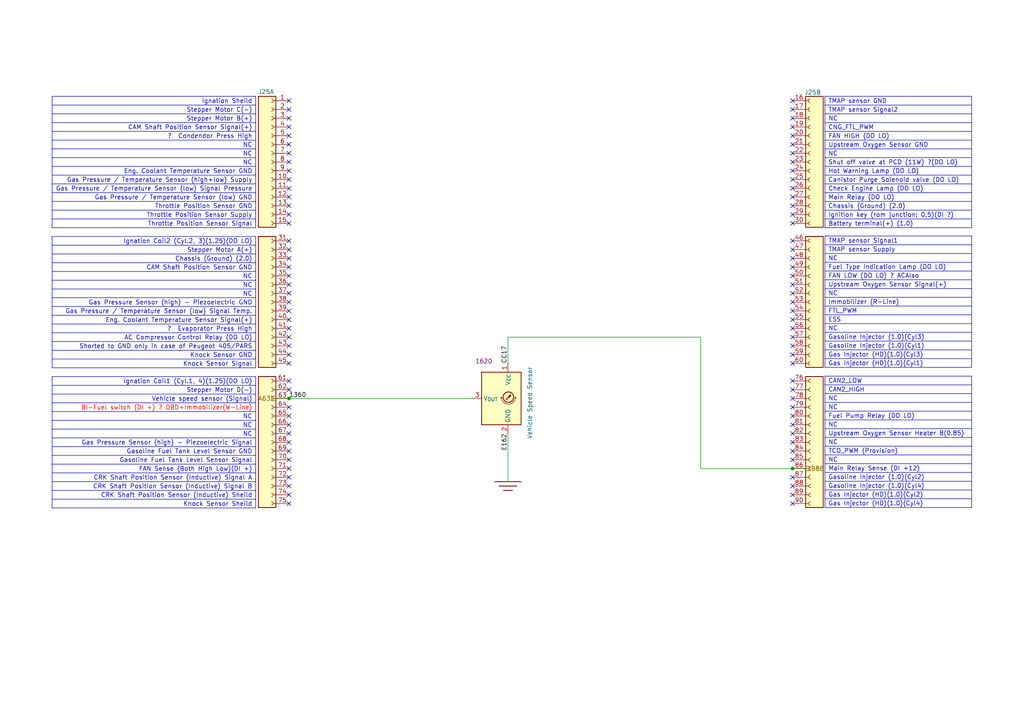
<source format=kicad_sch>
(kicad_sch (version 20250114) (generator "eeschema") (generator_version "9.0")
  (paper "A4")
  (lib_symbols
    (symbol "Conn_01x90_3Row_Socket_1" (pin_names (offset 1.016) (hide yes))
      (property "Reference" "J" (at 1.524 60.833 0))
      (property "Value" "Conn_01x90_3Row_Socket" (at 1.397 -61.214 0))
      (symbol "Conn_01x90_3Row_Socket_1_1_1"
        (pin passive line (at -4.318 58.42 0) (length 3.81) (name "A1") (number "1"))
        (pin passive line (at -4.318 55.88 0) (length 3.81) (name "A2") (number "2"))
        (pin passive line (at -4.318 53.34 0) (length 3.81) (name "A3") (number "3"))
        (pin passive line (at -4.318 50.8 0) (length 3.81) (name "A4") (number "4"))
        (pin passive line (at -4.318 48.26 0) (length 3.81) (name "A5") (number "5"))
        (pin passive line (at -4.318 45.72 0) (length 3.81) (name "A6") (number "6"))
        (pin passive line (at -4.318 43.18 0) (length 3.81) (name "A7") (number "7"))
        (pin passive line (at -4.318 40.64 0) (length 3.81) (name "A8") (number "8"))
        (pin passive line (at -4.318 38.1 0) (length 3.81) (name "A9") (number "9"))
        (pin passive line (at -4.318 35.56 0) (length 3.81) (name "A10") (number "10"))
        (pin passive line (at -4.318 33.02 0) (length 3.81) (name "A11") (number "11"))
        (pin passive line (at -4.318 30.48 0) (length 3.81) (name "A12") (number "12"))
        (pin passive line (at -4.318 27.94 0) (length 3.81) (name "A13") (number "13"))
        (pin passive line (at -4.318 25.4 0) (length 3.81) (name "A14") (number "14"))
        (pin passive line (at -4.318 22.86 0) (length 3.81) (name "A15") (number "15"))
        (pin passive line (at -4.318 17.78 0) (length 3.81) (name "A31") (number "31"))
        (pin passive line (at -4.318 15.24 0) (length 3.81) (name "A32") (number "32"))
        (pin passive line (at -4.318 12.7 0) (length 3.81) (name "A33") (number "33"))
        (pin passive line (at -4.318 10.16 0) (length 3.81) (name "A34") (number "34"))
        (pin passive line (at -4.318 7.62 0) (length 3.81) (name "A35") (number "35"))
        (pin passive line (at -4.318 5.08 0) (length 3.81) (name "A36") (number "36"))
        (pin passive line (at -4.318 2.54 0) (length 3.81) (name "A37") (number "37"))
        (pin passive line (at -4.318 0 0) (length 3.81) (name "A38") (number "38"))
        (pin passive line (at -4.318 -2.54 0) (length 3.81) (name "A39") (number "39"))
        (pin passive line (at -4.318 -5.08 0) (length 3.81) (name "A40") (number "40"))
        (pin passive line (at -4.318 -7.62 0) (length 3.81) (name "A41") (number "41"))
        (pin passive line (at -4.318 -10.16 0) (length 3.81) (name "A42") (number "42"))
        (pin passive line (at -4.318 -12.7 0) (length 3.81) (name "A43") (number "43"))
        (pin passive line (at -4.318 -15.24 0) (length 3.81) (name "A44") (number "44"))
        (pin passive line (at -4.318 -17.78 0) (length 3.81) (name "A45") (number "45"))
        (pin passive line (at -4.318 -22.86 0) (length 3.81) (name "A61") (number "61"))
        (pin passive line (at -4.318 -25.4 0) (length 3.81) (name "A62") (number "62"))
        (pin passive line (at -4.318 -27.94 0) (length 3.81) (name "A63") (number "63"))
        (pin passive line (at -4.318 -30.48 0) (length 3.81) (name "A64") (number "64"))
        (pin passive line (at -4.318 -33.02 0) (length 3.81) (name "A65") (number "65"))
        (pin passive line (at -4.318 -35.56 0) (length 3.81) (name "A66") (number "66"))
        (pin passive line (at -4.318 -38.1 0) (length 3.81) (name "A67") (number "67"))
        (pin passive line (at -4.318 -40.64 0) (length 3.81) (name "A68") (number "68"))
        (pin passive line (at -4.318 -43.18 0) (length 3.81) (name "A69") (number "69"))
        (pin passive line (at -4.318 -45.72 0) (length 3.81) (name "A70") (number "70"))
        (pin passive line (at -4.318 -48.26 0) (length 3.81) (name "A71") (number "71"))
        (pin passive line (at -4.318 -50.8 0) (length 3.81) (name "A72") (number "72"))
        (pin passive line (at -4.318 -53.34 0) (length 3.81) (name "A73") (number "73"))
        (pin passive line (at -4.318 -55.88 0) (length 3.81) (name "A74") (number "74"))
        (pin passive line (at -4.318 -58.42 0) (length 3.81) (name "A75") (number "75"))
      )
      (symbol "Conn_01x90_3Row_Socket_1_2_1"
        (pin passive line (at -4.318 58.42 0) (length 3.81) (name "B16") (number "16"))
        (pin passive line (at -4.318 55.88 0) (length 3.81) (name "B17") (number "17"))
        (pin passive line (at -4.318 53.34 0) (length 3.81) (name "B18") (number "18"))
        (pin passive line (at -4.318 50.8 0) (length 3.81) (name "B19") (number "19"))
        (pin passive line (at -4.318 48.26 0) (length 3.81) (name "B20") (number "20"))
        (pin passive line (at -4.318 45.72 0) (length 3.81) (name "B21") (number "21"))
        (pin passive line (at -4.318 43.18 0) (length 3.81) (name "B22") (number "22"))
        (pin passive line (at -4.318 40.64 0) (length 3.81) (name "B23") (number "23"))
        (pin passive line (at -4.318 38.1 0) (length 3.81) (name "B24") (number "24"))
        (pin passive line (at -4.318 35.56 0) (length 3.81) (name "B25") (number "25"))
        (pin passive line (at -4.318 33.02 0) (length 3.81) (name "B26") (number "26"))
        (pin passive line (at -4.318 30.48 0) (length 3.81) (name "B27") (number "27"))
        (pin passive line (at -4.318 27.94 0) (length 3.81) (name "B28") (number "28"))
        (pin passive line (at -4.318 25.4 0) (length 3.81) (name "B29") (number "29"))
        (pin passive line (at -4.318 22.86 0) (length 3.81) (name "B30") (number "30"))
        (pin passive line (at -4.318 17.78 0) (length 3.81) (name "B46") (number "46"))
        (pin passive line (at -4.318 15.24 0) (length 3.81) (name "B47") (number "47"))
        (pin passive line (at -4.318 12.7 0) (length 3.81) (name "B48") (number "48"))
        (pin passive line (at -4.318 10.16 0) (length 3.81) (name "B49") (number "49"))
        (pin passive line (at -4.318 7.62 0) (length 3.81) (name "B50") (number "50"))
        (pin passive line (at -4.318 5.08 0) (length 3.81) (name "B51") (number "51"))
        (pin passive line (at -4.318 2.54 0) (length 3.81) (name "B52") (number "52"))
        (pin passive line (at -4.318 0 0) (length 3.81) (name "B53") (number "53"))
        (pin passive line (at -4.318 -2.54 0) (length 3.81) (name "B54") (number "54"))
        (pin passive line (at -4.318 -5.08 0) (length 3.81) (name "B55") (number "55"))
        (pin passive line (at -4.318 -7.62 0) (length 3.81) (name "B56") (number "56"))
        (pin passive line (at -4.318 -10.16 0) (length 3.81) (name "B57") (number "57"))
        (pin passive line (at -4.318 -12.7 0) (length 3.81) (name "B58") (number "58"))
        (pin passive line (at -4.318 -15.24 0) (length 3.81) (name "B59") (number "59"))
        (pin passive line (at -4.318 -17.78 0) (length 3.81) (name "B60") (number "60"))
        (pin passive line (at -4.318 -22.86 0) (length 3.81) (name "B76") (number "76"))
        (pin passive line (at -4.318 -25.4 0) (length 3.81) (name "B77") (number "77"))
        (pin passive line (at -4.318 -27.94 0) (length 3.81) (name "B78") (number "78"))
        (pin passive line (at -4.318 -30.48 0) (length 3.81) (name "B79") (number "79"))
        (pin passive line (at -4.318 -33.02 0) (length 3.81) (name "B80") (number "80"))
        (pin passive line (at -4.318 -35.56 0) (length 3.81) (name "B81") (number "81"))
        (pin passive line (at -4.318 -38.1 0) (length 3.81) (name "B82") (number "82"))
        (pin passive line (at -4.318 -40.64 0) (length 3.81) (name "B83") (number "83"))
        (pin passive line (at -4.318 -43.18 0) (length 3.81) (name "B84") (number "84"))
        (pin passive line (at -4.318 -45.72 0) (length 3.81) (name "B85") (number "85"))
        (pin passive line (at -4.318 -48.26 0) (length 3.81) (name "B86") (number "86"))
        (pin passive line (at -4.318 -50.8 0) (length 3.81) (name "B87") (number "87"))
        (pin passive line (at -4.318 -53.34 0) (length 3.81) (name "B88") (number "88"))
        (pin passive line (at -4.318 -55.88 0) (length 3.81) (name "B89") (number "89"))
        (pin passive line (at -4.318 -58.42 0) (length 3.81) (name "B90") (number "90"))
      )
    )
    (symbol "Generic:P,E" (power) (pin_numbers (hide yes)) (pin_names (offset 3.81))
      (symbol "P,E_1_1"
        (pin power_in line (at 0 0 0) (length 0) (hide yes) (name "E") (number "0"))
      )
    )
    (symbol "Sensor_Magnetic:A1301xUA"
      (property "Reference" "U" (at 0 11.43 0))
      (property "Value" "A1301xUA" (at 0 8.89 0))
      (symbol "A1301xUA_1_1"
        (pin power_in line (at -2.54 10.16 270) (length 2.54) (name "V_{CC}") (number "1"))
        (pin power_in line (at -2.54 -10.16 90) (length 2.54) (name "GND") (number "2"))
        (pin output line (at 7.62 0 180) (length 2.54) (name "V_{OUT}") (number "3"))
      )
    )
    (symbol "sicma_socket:Conn_01x90_3Row_Socket" (pin_names (offset 1.016) (hide yes))
      (property "Reference" "J" (at 1.524 60.833 0))
      (property "Value" "Conn_01x90_3Row_Socket" (at 1.397 -61.214 0))
      (symbol "Conn_01x90_3Row_Socket_1_1"
        (pin passive line (at -4.318 58.42 0) (length 3.81) (name "A1") (number "1"))
        (pin passive line (at -4.318 55.88 0) (length 3.81) (name "A2") (number "2"))
        (pin passive line (at -4.318 53.34 0) (length 3.81) (name "A3") (number "3"))
        (pin passive line (at -4.318 50.8 0) (length 3.81) (name "A4") (number "4"))
        (pin passive line (at -4.318 48.26 0) (length 3.81) (name "A5") (number "5"))
        (pin passive line (at -4.318 45.72 0) (length 3.81) (name "A6") (number "6"))
        (pin passive line (at -4.318 43.18 0) (length 3.81) (name "A7") (number "7"))
        (pin passive line (at -4.318 40.64 0) (length 3.81) (name "A8") (number "8"))
        (pin passive line (at -4.318 38.1 0) (length 3.81) (name "A9") (number "9"))
        (pin passive line (at -4.318 35.56 0) (length 3.81) (name "A10") (number "10"))
        (pin passive line (at -4.318 33.02 0) (length 3.81) (name "A11") (number "11"))
        (pin passive line (at -4.318 30.48 0) (length 3.81) (name "A12") (number "12"))
        (pin passive line (at -4.318 27.94 0) (length 3.81) (name "A13") (number "13"))
        (pin passive line (at -4.318 25.4 0) (length 3.81) (name "A14") (number "14"))
        (pin passive line (at -4.318 22.86 0) (length 3.81) (name "A15") (number "15"))
        (pin passive line (at -4.318 17.78 0) (length 3.81) (name "A31") (number "31"))
        (pin passive line (at -4.318 15.24 0) (length 3.81) (name "A32") (number "32"))
        (pin passive line (at -4.318 12.7 0) (length 3.81) (name "A33") (number "33"))
        (pin passive line (at -4.318 10.16 0) (length 3.81) (name "A34") (number "34"))
        (pin passive line (at -4.318 7.62 0) (length 3.81) (name "A35") (number "35"))
        (pin passive line (at -4.318 5.08 0) (length 3.81) (name "A36") (number "36"))
        (pin passive line (at -4.318 2.54 0) (length 3.81) (name "A37") (number "37"))
        (pin passive line (at -4.318 0 0) (length 3.81) (name "A38") (number "38"))
        (pin passive line (at -4.318 -2.54 0) (length 3.81) (name "A39") (number "39"))
        (pin passive line (at -4.318 -5.08 0) (length 3.81) (name "A40") (number "40"))
        (pin passive line (at -4.318 -7.62 0) (length 3.81) (name "A41") (number "41"))
        (pin passive line (at -4.318 -10.16 0) (length 3.81) (name "A42") (number "42"))
        (pin passive line (at -4.318 -12.7 0) (length 3.81) (name "A43") (number "43"))
        (pin passive line (at -4.318 -15.24 0) (length 3.81) (name "A44") (number "44"))
        (pin passive line (at -4.318 -17.78 0) (length 3.81) (name "A45") (number "45"))
        (pin passive line (at -4.318 -22.86 0) (length 3.81) (name "A61") (number "61"))
        (pin passive line (at -4.318 -25.4 0) (length 3.81) (name "A62") (number "62"))
        (pin passive line (at -4.318 -27.94 0) (length 3.81) (name "A63") (number "63"))
        (pin passive line (at -4.318 -30.48 0) (length 3.81) (name "A64") (number "64"))
        (pin passive line (at -4.318 -33.02 0) (length 3.81) (name "A65") (number "65"))
        (pin passive line (at -4.318 -35.56 0) (length 3.81) (name "A66") (number "66"))
        (pin passive line (at -4.318 -38.1 0) (length 3.81) (name "A67") (number "67"))
        (pin passive line (at -4.318 -40.64 0) (length 3.81) (name "A68") (number "68"))
        (pin passive line (at -4.318 -43.18 0) (length 3.81) (name "A69") (number "69"))
        (pin passive line (at -4.318 -45.72 0) (length 3.81) (name "A70") (number "70"))
        (pin passive line (at -4.318 -48.26 0) (length 3.81) (name "A71") (number "71"))
        (pin passive line (at -4.318 -50.8 0) (length 3.81) (name "A72") (number "72"))
        (pin passive line (at -4.318 -53.34 0) (length 3.81) (name "A73") (number "73"))
        (pin passive line (at -4.318 -55.88 0) (length 3.81) (name "A74") (number "74"))
        (pin passive line (at -4.318 -58.42 0) (length 3.81) (name "A75") (number "75"))
      )
      (symbol "Conn_01x90_3Row_Socket_2_1"
        (pin passive line (at -4.318 58.42 0) (length 3.81) (name "B16") (number "16"))
        (pin passive line (at -4.318 55.88 0) (length 3.81) (name "B17") (number "17"))
        (pin passive line (at -4.318 53.34 0) (length 3.81) (name "B18") (number "18"))
        (pin passive line (at -4.318 50.8 0) (length 3.81) (name "B19") (number "19"))
        (pin passive line (at -4.318 48.26 0) (length 3.81) (name "B20") (number "20"))
        (pin passive line (at -4.318 45.72 0) (length 3.81) (name "B21") (number "21"))
        (pin passive line (at -4.318 43.18 0) (length 3.81) (name "B22") (number "22"))
        (pin passive line (at -4.318 40.64 0) (length 3.81) (name "B23") (number "23"))
        (pin passive line (at -4.318 38.1 0) (length 3.81) (name "B24") (number "24"))
        (pin passive line (at -4.318 35.56 0) (length 3.81) (name "B25") (number "25"))
        (pin passive line (at -4.318 33.02 0) (length 3.81) (name "B26") (number "26"))
        (pin passive line (at -4.318 30.48 0) (length 3.81) (name "B27") (number "27"))
        (pin passive line (at -4.318 27.94 0) (length 3.81) (name "B28") (number "28"))
        (pin passive line (at -4.318 25.4 0) (length 3.81) (name "B29") (number "29"))
        (pin passive line (at -4.318 22.86 0) (length 3.81) (name "B30") (number "30"))
        (pin passive line (at -4.318 17.78 0) (length 3.81) (name "B46") (number "46"))
        (pin passive line (at -4.318 15.24 0) (length 3.81) (name "B47") (number "47"))
        (pin passive line (at -4.318 12.7 0) (length 3.81) (name "B48") (number "48"))
        (pin passive line (at -4.318 10.16 0) (length 3.81) (name "B49") (number "49"))
        (pin passive line (at -4.318 7.62 0) (length 3.81) (name "B50") (number "50"))
        (pin passive line (at -4.318 5.08 0) (length 3.81) (name "B51") (number "51"))
        (pin passive line (at -4.318 2.54 0) (length 3.81) (name "B52") (number "52"))
        (pin passive line (at -4.318 0 0) (length 3.81) (name "B53") (number "53"))
        (pin passive line (at -4.318 -2.54 0) (length 3.81) (name "B54") (number "54"))
        (pin passive line (at -4.318 -5.08 0) (length 3.81) (name "B55") (number "55"))
        (pin passive line (at -4.318 -7.62 0) (length 3.81) (name "B56") (number "56"))
        (pin passive line (at -4.318 -10.16 0) (length 3.81) (name "B57") (number "57"))
        (pin passive line (at -4.318 -12.7 0) (length 3.81) (name "B58") (number "58"))
        (pin passive line (at -4.318 -15.24 0) (length 3.81) (name "B59") (number "59"))
        (pin passive line (at -4.318 -17.78 0) (length 3.81) (name "B60") (number "60"))
        (pin passive line (at -4.318 -22.86 0) (length 3.81) (name "B76") (number "76"))
        (pin passive line (at -4.318 -25.4 0) (length 3.81) (name "B77") (number "77"))
        (pin passive line (at -4.318 -27.94 0) (length 3.81) (name "B78") (number "78"))
        (pin passive line (at -4.318 -30.48 0) (length 3.81) (name "B79") (number "79"))
        (pin passive line (at -4.318 -33.02 0) (length 3.81) (name "B80") (number "80"))
        (pin passive line (at -4.318 -35.56 0) (length 3.81) (name "B81") (number "81"))
        (pin passive line (at -4.318 -38.1 0) (length 3.81) (name "B82") (number "82"))
        (pin passive line (at -4.318 -40.64 0) (length 3.81) (name "B83") (number "83"))
        (pin passive line (at -4.318 -43.18 0) (length 3.81) (name "B84") (number "84"))
        (pin passive line (at -4.318 -45.72 0) (length 3.81) (name "B85") (number "85"))
        (pin passive line (at -4.318 -48.26 0) (length 3.81) (name "B86") (number "86"))
        (pin passive line (at -4.318 -50.8 0) (length 3.81) (name "B87") (number "87"))
        (pin passive line (at -4.318 -53.34 0) (length 3.81) (name "B88") (number "88"))
        (pin passive line (at -4.318 -55.88 0) (length 3.81) (name "B89") (number "89"))
        (pin passive line (at -4.318 -58.42 0) (length 3.81) (name "B90") (number "90"))
      )
    )
  )
  (junction (at 83.82 115.57))
  (junction (at 229.87 135.89))
  (no_connect (at 83.82 130.81))
  (no_connect (at 229.87 29.21))
  (no_connect (at 229.87 82.55))
  (no_connect (at 83.82 138.43))
  (no_connect (at 83.82 62.23))
  (no_connect (at 229.87 92.71))
  (no_connect (at 229.87 57.15))
  (no_connect (at 83.82 36.83))
  (no_connect (at 229.87 118.11))
  (no_connect (at 229.87 105.41))
  (no_connect (at 229.87 128.27))
  (no_connect (at 229.87 31.75))
  (no_connect (at 83.82 74.93))
  (no_connect (at 229.87 64.77))
  (no_connect (at 83.82 90.17))
  (no_connect (at 229.87 36.83))
  (no_connect (at 83.82 95.25))
  (no_connect (at 83.82 125.73))
  (no_connect (at 83.82 34.29))
  (no_connect (at 83.82 97.79))
  (no_connect (at 229.87 90.17))
  (no_connect (at 229.87 85.09))
  (no_connect (at 229.87 34.29))
  (no_connect (at 229.87 80.01))
  (no_connect (at 83.82 87.63))
  (no_connect (at 229.87 120.65))
  (no_connect (at 83.82 31.75))
  (no_connect (at 83.82 52.07))
  (no_connect (at 229.87 62.23))
  (no_connect (at 83.82 92.71))
  (no_connect (at 83.82 44.45))
  (no_connect (at 229.87 113.03))
  (no_connect (at 229.87 138.43))
  (no_connect (at 229.87 39.37))
  (no_connect (at 83.82 39.37))
  (no_connect (at 83.82 118.11))
  (no_connect (at 229.87 146.05))
  (no_connect (at 229.87 143.51))
  (no_connect (at 83.82 100.33))
  (no_connect (at 83.82 29.21))
  (no_connect (at 83.82 105.41))
  (no_connect (at 83.82 123.19))
  (no_connect (at 83.82 120.65))
  (no_connect (at 83.82 140.97))
  (no_connect (at 83.82 54.61))
  (no_connect (at 83.82 85.09))
  (no_connect (at 229.87 41.91))
  (no_connect (at 229.87 102.87))
  (no_connect (at 83.82 69.85))
  (no_connect (at 229.87 74.93))
  (no_connect (at 229.87 130.81))
  (no_connect (at 229.87 140.97))
  (no_connect (at 229.87 97.79))
  (no_connect (at 83.82 77.47))
  (no_connect (at 229.87 87.63))
  (no_connect (at 229.87 49.53))
  (no_connect (at 229.87 95.25))
  (no_connect (at 83.82 82.55))
  (no_connect (at 83.82 143.51))
  (no_connect (at 229.87 54.61))
  (no_connect (at 83.82 64.77))
  (no_connect (at 229.87 44.45))
  (no_connect (at 229.87 69.85))
  (no_connect (at 83.82 135.89))
  (no_connect (at 229.87 46.99))
  (no_connect (at 83.82 46.99))
  (no_connect (at 83.82 110.49))
  (no_connect (at 83.82 59.69))
  (no_connect (at 229.87 125.73))
  (no_connect (at 229.87 133.35))
  (no_connect (at 83.82 128.27))
  (no_connect (at 229.87 123.19))
  (no_connect (at 83.82 72.39))
  (no_connect (at 229.87 52.07))
  (no_connect (at 229.87 115.57))
  (no_connect (at 83.82 57.15))
  (no_connect (at 229.87 77.47))
  (no_connect (at 83.82 102.87))
  (no_connect (at 83.82 133.35))
  (no_connect (at 229.87 110.49))
  (no_connect (at 83.82 41.91))
  (no_connect (at 229.87 100.33))
  (no_connect (at 83.82 146.05))
  (no_connect (at 83.82 113.03))
  (no_connect (at 229.87 59.69))
  (no_connect (at 83.82 80.01))
  (no_connect (at 83.82 49.53))
  (no_connect (at 229.87 72.39))
  (wire (pts (xy 233.68 135.89) (xy 229.87 135.89)))
  (wire (pts (xy 80.01 115.57) (xy 83.82 115.57)))
  (wire (pts (xy 147.32 139.7) (xy 147.32 125.73)))
  (wire (pts (xy 203.2 135.89) (xy 203.2 97.79)))
  (wire (pts (xy 147.32 97.79) (xy 147.32 105.41)))
  (wire (pts (xy 83.82 115.57) (xy 137.16 115.57)))
  (wire (pts (xy 229.87 135.89) (xy 203.2 135.89)))
  (wire (pts (xy 203.2 97.79) (xy 147.32 97.79)))
  (table (column_count 1) (border (external yes) (header yes)) (separators (rows yes) (cols yes)) (column_widths 42.545) (row_heights 2.54 2.54 2.54 2.54 2.54 2.54 2.54 2.54 2.54 2.54 2.54 2.54 2.54 2.54 2.54) (cells (table_cell "CAN2_LOW" (at 239.268 109.093 0) (size 42.545 2.54) (margins 0.9525 0.9525 0.9525 0.9525) (span 1 1)) (table_cell "CAN2_HIGH" (at 239.268 111.633 0) (size 42.545 2.54) (margins 0.9525 0.9525 0.9525 0.9525) (span 1 1)) (table_cell "NC" (at 239.268 114.173 0) (size 42.545 2.54) (margins 0.9525 0.9525 0.9525 0.9525) (span 1 1)) (table_cell "NC" (at 239.268 116.713 0) (size 42.545 2.54) (margins 0.9525 0.9525 0.9525 0.9525) (span 1 1)) (table_cell "Fuel Pump Relay (DO LO)" (at 239.268 119.253 0) (size 42.545 2.54) (margins 0.9525 0.9525 0.9525 0.9525) (span 1 1)) (table_cell "NC" (at 239.268 121.793 0) (size 42.545 2.54) (margins 0.9525 0.9525 0.9525 0.9525) (span 1 1)) (table_cell "Upstream Oxygen Sensor Heater B(0.85)" (at 239.268 124.333 0) (size 42.545 2.54) (margins 0.9525 0.9525 0.9525 0.9525) (span 1 1)) (table_cell "NC" (at 239.268 126.873 0) (size 42.545 2.54) (margins 0.9525 0.9525 0.9525 0.9525) (span 1 1)) (table_cell "TCO_PWM (Provision)" (at 239.268 129.413 0) (size 42.545 2.54) (margins 0.9525 0.9525 0.9525 0.9525) (span 1 1)) (table_cell "NC" (at 239.268 131.953 0) (size 42.545 2.54) (margins 0.9525 0.9525 0.9525 0.9525) (span 1 1)) (table_cell "Main Relay Sense (DI +12)" (at 239.268 134.493 0) (size 42.545 2.54) (margins 0.9525 0.9525 0.9525 0.9525) (span 1 1)) (table_cell "Gasoline Injector (1.0)(Cyl2)" (at 239.268 137.033 0) (size 42.545 2.54) (margins 0.9525 0.9525 0.9525 0.9525) (span 1 1)) (table_cell "Gasoline Injector (1.0)(Cyl4)" (at 239.268 139.573 0) (size 42.545 2.54) (margins 0.9525 0.9525 0.9525 0.9525) (span 1 1)) (table_cell "Gas Injector (HD)(1.0)(Cyl2)" (at 239.268 142.113 0) (size 42.545 2.54) (margins 0.9525 0.9525 0.9525 0.9525) (span 1 1)) (table_cell "Gas Injector (HD)(1.0)(Cyl4)" (at 239.268 144.653 0) (size 42.545 2.54) (margins 0.9525 0.9525 0.9525 0.9525) (span 1 1))))
  (table (column_count 1) (border (external yes) (header no)) (separators (rows yes) (cols no)) (column_widths 59.055) (row_heights 2.54 2.54 2.54 2.54 2.54 2.54 2.54 2.54 2.54 2.54 2.54 2.54 2.54 2.54 2.54) (cells (table_cell "Ignation Sheild" (at 15.113 27.94 0) (size 59.055 2.54) (margins 0.9525 0.9525 0.9525 0.9525) (span 1 1)) (table_cell "Stepper Motor C(-)" (at 15.113 30.48 0) (size 59.055 2.54) (margins 0.9525 0.9525 0.9525 0.9525) (span 1 1)) (table_cell "Stepper Motor B(+)" (at 15.113 33.02 0) (size 59.055 2.54) (margins 0.9525 0.9525 0.9525 0.9525) (span 1 1)) (table_cell "CAM Shaft Position Sensor Signal(+)" (at 15.113 35.56 0) (size 59.055 2.54) (margins 0.9525 0.9525 0.9525 0.9525) (span 1 1)) (table_cell "?  Condendor Press High" (at 15.113 38.1 0) (size 59.055 2.54) (margins 0.9525 0.9525 0.9525 0.9525) (span 1 1)) (table_cell "NC" (at 15.113 40.64 0) (size 59.055 2.54) (margins 0.9525 0.9525 0.9525 0.9525) (span 1 1)) (table_cell "NC" (at 15.113 43.18 0) (size 59.055 2.54) (margins 0.9525 0.9525 0.9525 0.9525) (span 1 1)) (table_cell "NC" (at 15.113 45.72 0) (size 59.055 2.54) (margins 0.9525 0.9525 0.9525 0.9525) (span 1 1)) (table_cell "Eng. Coolant Temperature Sensor GND" (at 15.113 48.26 0) (size 59.055 2.54) (margins 0.9525 0.9525 0.9525 0.9525) (span 1 1)) (table_cell "Gas Pressure / Temperature Sensor (high+low) Supply" (at 15.113 50.8 0) (size 59.055 2.54) (margins 0.9525 0.9525 0.9525 0.9525) (span 1 1)) (table_cell "Gas Pressure / Temperature Sensor (low) Signal Pressure" (at 15.113 53.34 0) (size 59.055 2.54) (margins 0.9525 0.9525 0.9525 0.9525) (span 1 1)) (table_cell "Gas Pressure / Temperature Sensor (low) GND" (at 15.113 55.88 0) (size 59.055 2.54) (margins 0.9525 0.9525 0.9525 0.9525) (span 1 1)) (table_cell "Throttle Position Sensor GND" (at 15.113 58.42 0) (size 59.055 2.54) (margins 0.9525 0.9525 0.9525 0.9525) (span 1 1)) (table_cell "Throttle Position Sensor Supply" (at 15.113 60.96 0) (size 59.055 2.54) (margins 0.9525 0.9525 0.9525 0.9525) (span 1 1)) (table_cell "Throttle Position Sensor Signal" (at 15.113 63.5 0) (size 59.055 2.54) (margins 0.9525 0.9525 0.9525 0.9525) (span 1 1))))
  (table (column_count 1) (border (external yes) (header yes)) (separators (rows yes) (cols yes)) (column_widths 42.545) (row_heights 2.54 2.54 2.54 2.54 2.54 2.54 2.54 2.54 2.54 2.54 2.54 2.54 2.54 2.54 2.54) (cells (table_cell "TMAP sensor Signal1" (at 239.268 68.453 0) (size 42.545 2.54) (margins 0.9525 0.9525 0.9525 0.9525) (span 1 1)) (table_cell "TMAP sensor Supply" (at 239.268 70.993 0) (size 42.545 2.54) (margins 0.9525 0.9525 0.9525 0.9525) (span 1 1)) (table_cell "NC" (at 239.268 73.533 0) (size 42.545 2.54) (margins 0.9525 0.9525 0.9525 0.9525) (span 1 1)) (table_cell "Fuel Type Indication Lamp (DO LO)" (at 239.268 76.073 0) (size 42.545 2.54) (margins 0.9525 0.9525 0.9525 0.9525) (span 1 1)) (table_cell "FAN LOW (DO LO) ? ACAlso" (at 239.268 78.613 0) (size 42.545 2.54) (margins 0.9525 0.9525 0.9525 0.9525) (span 1 1)) (table_cell "Upstream Oxygen Sensor Signal(+)" (at 239.268 81.153 0) (size 42.545 2.54) (margins 0.9525 0.9525 0.9525 0.9525) (span 1 1)) (table_cell "NC" (at 239.268 83.693 0) (size 42.545 2.54) (margins 0.9525 0.9525 0.9525 0.9525) (span 1 1)) (table_cell "Immobilizer (R-Line)" (at 239.268 86.233 0) (size 42.545 2.54) (margins 0.9525 0.9525 0.9525 0.9525) (span 1 1)) (table_cell "FTL_PWM" (at 239.268 88.773 0) (size 42.545 2.54) (margins 0.9525 0.9525 0.9525 0.9525) (span 1 1)) (table_cell "ESS" (at 239.268 91.313 0) (size 42.545 2.54) (margins 0.9525 0.9525 0.9525 0.9525) (span 1 1)) (table_cell "NC" (at 239.268 93.853 0) (size 42.545 2.54) (margins 0.9525 0.9525 0.9525 0.9525) (span 1 1)) (table_cell "Gasoline Injector (1.0)(Cyl3)" (at 239.268 96.393 0) (size 42.545 2.54) (margins 0.9525 0.9525 0.9525 0.9525) (span 1 1)) (table_cell "Gasoline Injector (1.0)(Cyl1)" (at 239.268 98.933 0) (size 42.545 2.54) (margins 0.9525 0.9525 0.9525 0.9525) (span 1 1)) (table_cell "Gas Injector (HD)(1.0)(Cyl3)" (at 239.268 101.473 0) (size 42.545 2.54) (margins 0.9525 0.9525 0.9525 0.9525) (span 1 1)) (table_cell "Gas Injector (HD)(1.0)(Cyl1)" (at 239.268 104.013 0) (size 42.545 2.54) (margins 0.9525 0.9525 0.9525 0.9525) (span 1 1))))
  (table (column_count 1) (border (external yes) (header yes)) (separators (rows yes) (cols yes)) (column_widths 59.055) (row_heights 2.54 2.54 2.54 2.54 2.54 2.54 2.54 2.54 2.54 2.54 2.54 2.54 2.54 2.54 2.54) (cells (table_cell "Ignation Coil2 (Cyl.2, 3)(1.25)(DO LO)" (at 15.113 68.58 0) (size 59.055 2.54) (margins 0.9525 0.9525 0.9525 0.9525) (span 1 1)) (table_cell "Stepper Motor A(+)" (at 15.113 71.12 0) (size 59.055 2.54) (margins 0.9525 0.9525 0.9525 0.9525) (span 1 1)) (table_cell "Chassis (Ground) (2.0)" (at 15.113 73.66 0) (size 59.055 2.54) (margins 0.9525 0.9525 0.9525 0.9525) (span 1 1)) (table_cell "CAM Shaft Position Sensor GND" (at 15.113 76.2 0) (size 59.055 2.54) (margins 0.9525 0.9525 0.9525 0.9525) (span 1 1)) (table_cell "NC" (at 15.113 78.74 0) (size 59.055 2.54) (margins 0.9525 0.9525 0.9525 0.9525) (span 1 1)) (table_cell "NC" (at 15.113 81.28 0) (size 59.055 2.54) (margins 0.9525 0.9525 0.9525 0.9525) (span 1 1)) (table_cell "NC" (at 15.113 83.82 0) (size 59.055 2.54) (margins 0.9525 0.9525 0.9525 0.9525) (span 1 1)) (table_cell "Gas Pressure Sensor (high) - Piezoelectric GND" (at 15.113 86.36 0) (size 59.055 2.54) (margins 0.9525 0.9525 0.9525 0.9525) (span 1 1)) (table_cell "Gas Pressure / Temperature Sensor (low) Signal Temp." (at 15.113 88.9 0) (size 59.055 2.54) (margins 0.9525 0.9525 0.9525 0.9525) (span 1 1)) (table_cell "Eng. Coolant Temperature Sensor Signal(+)" (at 15.113 91.44 0) (size 59.055 2.54) (margins 0.9525 0.9525 0.9525 0.9525) (span 1 1)) (table_cell "?  Evaporator Press High" (at 15.113 93.98 0) (size 59.055 2.54) (margins 0.9525 0.9525 0.9525 0.9525) (span 1 1)) (table_cell "AC Compressor Control Relay (DO LO)" (at 15.113 96.52 0) (size 59.055 2.54) (margins 0.9525 0.9525 0.9525 0.9525) (span 1 1)) (table_cell "Shorted to GND only in case of Peugeot 405/PARS" (at 15.113 99.06 0) (size 59.055 2.54) (margins 0.9525 0.9525 0.9525 0.9525) (span 1 1)) (table_cell "Knock Sensor GND" (at 15.113 101.6 0) (size 59.055 2.54) (margins 0.9525 0.9525 0.9525 0.9525) (span 1 1)) (table_cell "Knock Sensor Signal" (at 15.113 104.14 0) (size 59.055 2.54) (margins 0.9525 0.9525 0.9525 0.9525) (span 1 1))))
  (table (column_count 1) (border (external yes) (header yes)) (separators (rows yes) (cols yes)) (column_widths 59.055) (row_heights 2.54 2.54 2.54 2.54 2.54 2.54 2.54 2.54 2.54 2.54 2.54 2.54 2.54 2.54 2.54) (cells (table_cell "Ignation Coil1 (Cyl.1, 4)(1.25)(DO LO)" (at 15.113 109.22 0) (size 59.055 2.54) (margins 0.9525 0.9525 0.9525 0.9525) (span 1 1)) (table_cell "Stepper Motor D(-)" (at 15.113 111.76 0) (size 59.055 2.54) (margins 0.9525 0.9525 0.9525 0.9525) (span 1 1)) (table_cell "Vehicle speed sensor (Signal)" (at 15.113 114.3 0) (size 59.055 2.54) (margins 0.9525 0.9525 0.9525 0.9525) (span 1 1)) (table_cell "Bi-Fuel switch (DI +) ? OBD+Immobilizer(W-Line)" (at 15.113 116.84 0) (size 59.055 2.54) (margins 0.9525 0.9525 0.9525 0.9525) (span 1 1)) (table_cell "NC" (at 15.113 119.38 0) (size 59.055 2.54) (margins 0.9525 0.9525 0.9525 0.9525) (span 1 1)) (table_cell "NC" (at 15.113 121.92 0) (size 59.055 2.54) (margins 0.9525 0.9525 0.9525 0.9525) (span 1 1)) (table_cell "NC" (at 15.113 124.46 0) (size 59.055 2.54) (margins 0.9525 0.9525 0.9525 0.9525) (span 1 1)) (table_cell "Gas Pressure Sensor (high) - Piezoelectric Signal" (at 15.113 127 0) (size 59.055 2.54) (margins 0.9525 0.9525 0.9525 0.9525) (span 1 1)) (table_cell "Gasoline Fuel Tank Level Sensor GND" (at 15.113 129.54 0) (size 59.055 2.54) (margins 0.9525 0.9525 0.9525 0.9525) (span 1 1)) (table_cell "Gasoline Fuel Tank Level Sensor Signal" (at 15.113 132.08 0) (size 59.055 2.54) (margins 0.9525 0.9525 0.9525 0.9525) (span 1 1)) (table_cell "FAN Sense (Both High Low)(DI +)" (at 15.113 134.62 0) (size 59.055 2.54) (margins 0.9525 0.9525 0.9525 0.9525) (span 1 1)) (table_cell "CRK Shaft Position Sensor (Inductive) Signal A" (at 15.113 137.16 0) (size 59.055 2.54) (margins 0.9525 0.9525 0.9525 0.9525) (span 1 1)) (table_cell "CRK Shaft Position Sensor (Inductive) Signal B" (at 15.113 139.7 0) (size 59.055 2.54) (margins 0.9525 0.9525 0.9525 0.9525) (span 1 1)) (table_cell "CRK Shaft Position Sensor (Inductive) Sheild" (at 15.113 142.24 0) (size 59.055 2.54) (margins 0.9525 0.9525 0.9525 0.9525) (span 1 1)) (table_cell "Knock Sensor Sheild" (at 15.113 144.78 0) (size 59.055 2.54) (margins 0.9525 0.9525 0.9525 0.9525) (span 1 1))))
  (table (column_count 1) (border (external yes) (header yes)) (separators (rows yes) (cols yes)) (column_widths 42.545) (row_heights 2.54 2.54 2.54 2.54 2.54 2.54 2.54 2.54 2.54 2.54 2.54 2.54 2.54 2.54 2.54) (cells (table_cell "TMAP sensor GND" (at 239.268 27.94 0) (size 42.545 2.54) (margins 0.9525 0.9525 0.9525 0.9525) (span 1 1)) (table_cell "TMAP sensor Signal2" (at 239.268 30.48 0) (size 42.545 2.54) (margins 0.9525 0.9525 0.9525 0.9525) (span 1 1)) (table_cell "NC" (at 239.268 33.02 0) (size 42.545 2.54) (margins 0.9525 0.9525 0.9525 0.9525) (span 1 1)) (table_cell "CNG_FTL_PWM" (at 239.268 35.56 0) (size 42.545 2.54) (margins 0.9525 0.9525 0.9525 0.9525) (span 1 1)) (table_cell "FAN HIGH (DO LO)" (at 239.268 38.1 0) (size 42.545 2.54) (margins 0.9525 0.9525 0.9525 0.9525) (span 1 1)) (table_cell "Upstream Oxygen Sensor GND" (at 239.268 40.64 0) (size 42.545 2.54) (margins 0.9525 0.9525 0.9525 0.9525) (span 1 1)) (table_cell "NC" (at 239.268 43.18 0) (size 42.545 2.54) (margins 0.9525 0.9525 0.9525 0.9525) (span 1 1)) (table_cell "Shut off valve at PCD (11W) ?(DO LO)" (at 239.268 45.72 0) (size 42.545 2.54) (margins 0.9525 0.9525 0.9525 0.9525) (span 1 1)) (table_cell "Hot Warning Lamp (DO LO)" (at 239.268 48.26 0) (size 42.545 2.54) (margins 0.9525 0.9525 0.9525 0.9525) (span 1 1)) (table_cell "Canistor Purge Solenoid valve (DO LO)" (at 239.268 50.8 0) (size 42.545 2.54) (margins 0.9525 0.9525 0.9525 0.9525) (span 1 1)) (table_cell "Check Engine Lamp (DO LO)" (at 239.268 53.34 0) (size 42.545 2.54) (margins 0.9525 0.9525 0.9525 0.9525) (span 1 1)) (table_cell "Main Relay (DO LO)" (at 239.268 55.88 0) (size 42.545 2.54) (margins 0.9525 0.9525 0.9525 0.9525) (span 1 1)) (table_cell "Chassis (Ground) (2.0)" (at 239.268 58.42 0) (size 42.545 2.54) (margins 0.9525 0.9525 0.9525 0.9525) (span 1 1)) (table_cell "Ignition key (rom junction: 0.5)(DI ?)" (at 239.268 60.96 0) (size 42.545 2.54) (margins 0.9525 0.9525 0.9525 0.9525) (span 1 1)) (table_cell "Battery terminal(+) (1.0)" (at 239.268 63.5 0) (size 42.545 2.54) (margins 0.9525 0.9525 0.9525 0.9525) (span 1 1))))
  (label "1360" (at 83.82 115.57 0))
  (label "E162" (at 147.32 125.73 270))
  (label "CC17" (at 147.32 105.41 90))
  (hierarchical_label "A63" (shape passive) (at 80.01 115.57 180))
  (hierarchical_label "B86" (shape passive) (at 233.68 135.89 0))
  (symbol (lib_id "Sensor_Magnetic:A1301xUA") (at 144.78 115.57 0) (mirror y) (unit 1)
    (property "Reference" "U54" (effects (hide yes)))
    (property "Value" "Vehicle Speed Sensor" (at 153.67 116.8399 90))
    (property "Footprint" "Package_TO_SOT_THT:TO-92S" (effects (hide yes)))
    (property "Datasheet" "http://www.allegromicro.com/~/media/Files/Datasheets/A1301-2-Datasheet.ashx" (effects (hide yes)))
    (property "Description" "Linear Hall Effect Sensor, 2.5 mV/G, 4.5-6.0V supply, TO-92S (3-pin SIP)" (effects (hide yes)))
    (property "Unit Tag" "1620" (at 140.335 104.775 0))
  )
  (symbol (lib_id "sicma_socket:Conn_01x90_3Row_Socket") (at 79.502 87.63 0) (mirror y) (unit 1)
    (property "Reference" "J25" (at 79.502 26.6064 0) (effects (justify left)))
    (property "Value" "Conn_01x90_3Row_Socket" (effects (hide yes)))
    (property "Description" "\"Duble connector, triple row, 03x30, unit letter first pin numbering scheme (pin number form 1 to 90\"" (effects (hide yes)))
  )
  (symbol (lib_name "Conn_01x90_3Row_Socket_1") (lib_id "sicma_socket:Conn_01x90_3Row_Socket") (at 234.188 87.63 0) (unit 2)
    (property "Reference" "J25" (at 235.712 26.797 0))
    (property "Value" "Conn_01x90_3Row_Socket" (effects (hide yes)))
    (property "Description" "\"Duble connector, triple row, 03x30, unit letter first pin numbering scheme (pin number form 1 to 90\"" (effects (hide yes)))
  )
  (symbol (lib_id "Generic:P,E") (at 147.32 139.7 0) (unit 1)
    (property "Reference" "#PWR0330" (effects (hide yes)))
    (property "Value" "P,E" (effects (hide yes)))
    (property "Description" "earth/ground/earthing/grounding (E)" (effects (hide yes)))
  )
)
</source>
